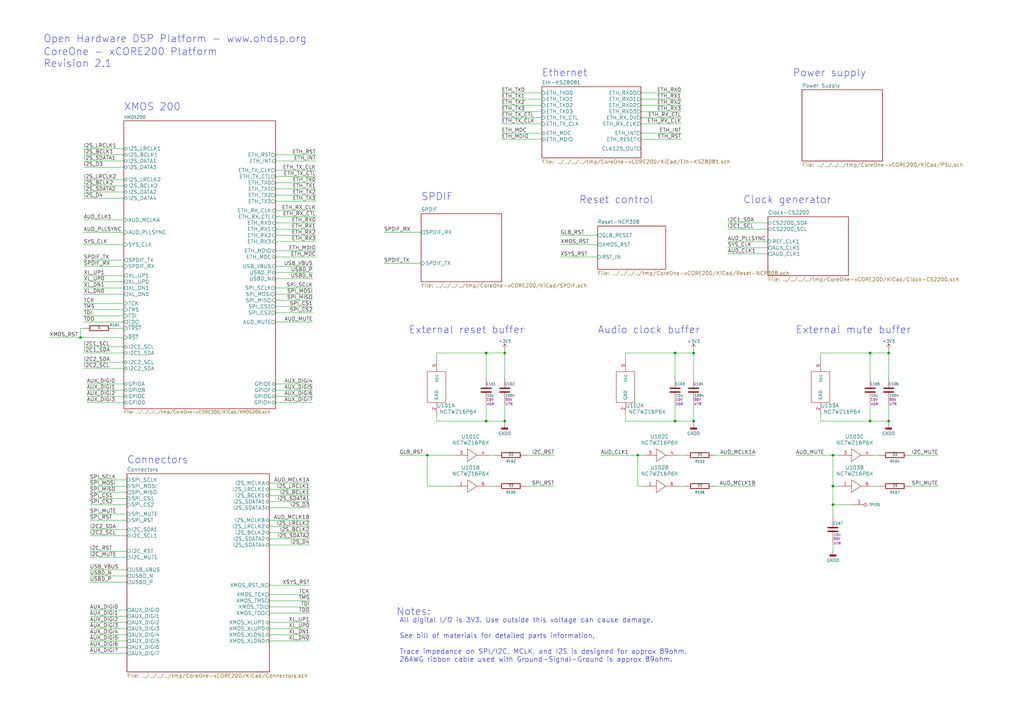
<source format=kicad_sch>
(kicad_sch (version 20230121) (generator eeschema)
  (paper "A3")
  (title_block (title "CoreOne - xCORE200 Platform") (date "2019-04-04") (rev "2.1") (company "Open Hardware DSP Platform - www.ohdsp.org") (comment 1 "MERCHANTABILITY, SATISFACTORY QUALITY AND FITNESS FOR A PARTICULAR PURPOSE.") (comment 2 "is distributed WITHOUT ANY EXPRESS OR IMPLIED WARRANTY, INCLUDING OF") (comment 3 "Licensed under the TAPR Open Hardware License (www.tapr.org/OHL). This documentation") (comment 4 "Copyright Paul Janicki 2019"))
  (lib_symbols
    (symbol "CoreOne-xCORE200-2.1-rescue:+3V3-power" (power) (pin_names (offset 0))
      (property "Value" "+3V3-power" (at 0 3.556 0))
      (symbol "+3V3-power_0_1"
        (polyline (pts (xy -0.762 1.27) (xy 0 2.54)))
        (polyline (pts (xy 0 0) (xy 0 2.54)))
        (polyline (pts (xy 0 2.54) (xy 0.762 1.27)))
      )
      (symbol "+3V3-power_1_1"
        (pin power_in line (at 0 0 90) (length 0) hide (name "+3V3") (number "1"))
      )
    )
    (symbol "CoreOne-xCORE200-2.1-rescue:C-MyKiCadLibs-Lib" (pin_numbers hide) (pin_names (offset 0.254))
      (property "Reference" "C" (at 0.508 2.54 0))
      (property "Value" "MyKiCadLibs-Lib_C" (at 0.762 -2.286 0))
      (property "Voltage" "V" (at 0.762 -3.81 0))
      (property "Type" "X7R" (at 0.762 -5.334 0))
      (symbol "C-MyKiCadLibs-Lib_0_1"
        (polyline (pts (xy -2.032 -0.762) (xy 2.032 -0.762)) (stroke (width 0.508)))
        (polyline (pts (xy -2.032 0.762) (xy 2.032 0.762)) (stroke (width 0.508)))
      )
      (symbol "C-MyKiCadLibs-Lib_1_1"
        (pin passive line (at 0 5.08 270) (length 4.318) (name "~") (number "1"))
        (pin passive line (at 0 -5.08 90) (length 4.318) (name "~") (number "2"))
      )
    )
    (symbol "CoreOne-xCORE200-2.1-rescue:GNDD-power" (power) (pin_names (offset 0))
      (property "Value" "GNDD-power" (at 0 -3.175 0))
      (symbol "GNDD-power_0_1"
        (rectangle (start -1.27 -1.524) (end 1.27 -2.032) (stroke (width 0.254)) (fill (type outline)))
        (polyline (pts (xy 0 0) (xy 0 -1.524)))
      )
      (symbol "GNDD-power_1_1"
        (pin power_in line (at 0 0 270) (length 0) hide (name "GNDD") (number "1"))
      )
    )
    (symbol "CoreOne-xCORE200-2.1-rescue:IC-LOGIC-BUF-NC7WZ16P6X-MyKiCadLibs-Lib" (pin_names (offset 1.016))
      (property "Reference" "U" (at 0 7.62 0))
      (property "Value" "MyKiCadLibs-Lib_IC-LOGIC-BUF-NC7WZ16P6X" (at 0 5.08 0))
      (symbol "IC-LOGIC-BUF-NC7WZ16P6X-MyKiCadLibs-Lib_1_1"
        (rectangle (start -3.81 6.35) (end 3.81 -6.35))
        (pin input line (at 0 -11.43 90) (length 5.08) (name "GND") (number "2"))
        (pin input line (at 0 11.43 270) (length 5.08) (name "Vcc") (number "5"))
      )
      (symbol "IC-LOGIC-BUF-NC7WZ16P6X-MyKiCadLibs-Lib_2_1"
        (polyline (pts (xy -1.27 -2.54) (xy -1.27 2.54)))
        (polyline (pts (xy -1.27 2.54) (xy 2.54 0) (xy -1.27 -2.54)))
        (pin input line (at -6.35 0 0) (length 5.08) (name "~") (number "1"))
        (pin input line (at 7.62 0 180) (length 5.08) (name "~") (number "6"))
      )
      (symbol "IC-LOGIC-BUF-NC7WZ16P6X-MyKiCadLibs-Lib_3_1"
        (polyline (pts (xy -1.27 2.54) (xy -1.27 -2.54) (xy 2.54 0) (xy -1.27 2.54)))
        (pin input line (at -6.35 0 0) (length 5.08) (name "~") (number "3"))
        (pin input line (at 7.62 0 180) (length 5.08) (name "~") (number "4"))
      )
    )
    (symbol "CoreOne-xCORE200-2.1-rescue:PIN-MyKiCadLibs-Lib" (pin_names (offset 1.016) hide)
      (property "Reference" "P" (at 6.604 0.762 0))
      (property "Value" "MyKiCadLibs-Lib_PIN" (at 6.604 -0.889 0))
      (symbol "PIN-MyKiCadLibs-Lib_1_1"
        (pin passive inverted (at 0 0 0) (length 6.35) (name "P1") (number "1"))
      )
    )
    (symbol "CoreOne-xCORE200-2.1-rescue:R-MyKiCadLibs-Lib" (pin_numbers hide) (pin_names (offset 0))
      (property "Reference" "R" (at -2.032 0 90))
      (property "Value" "MyKiCadLibs-Lib_R" (at 0.1778 0.0254 90))
      (symbol "R-MyKiCadLibs-Lib_0_1"
        (rectangle (start -1.016 3.81) (end 1.016 -3.81) (stroke (width 0.3048)))
      )
      (symbol "R-MyKiCadLibs-Lib_1_1"
        (pin passive line (at 0 6.35 270) (length 2.54) (name "~") (number "1"))
        (pin passive line (at 0 -6.35 90) (length 2.54) (name "~") (number "2"))
      )
    )
  )
  (junction (at 364.49 172.72))
  (junction (at 341.63 199.39))
  (junction (at 175.26 186.69))
  (junction (at 341.63 186.69))
  (junction (at 207.01 172.72))
  (junction (at 33.02 138.43))
  (junction (at 207.01 144.78))
  (junction (at 261.62 186.69))
  (junction (at 199.39 144.78))
  (junction (at 276.86 172.72))
  (junction (at 284.48 172.72))
  (junction (at 364.49 144.78))
  (junction (at 276.86 144.78))
  (junction (at 284.48 144.78))
  (junction (at 341.63 207.01))
  (junction (at 356.87 172.72))
  (junction (at 356.87 144.78))
  (junction (at 199.39 172.72))
  (wire (pts (xy 205.74 45.72) (xy 222.25 45.72)))
  (wire (pts (xy 229.87 96.52) (xy 245.11 96.52)))
  (wire (pts (xy 128.27 123.19) (xy 113.03 123.19)))
  (wire (pts (xy 373.38 186.69) (xy 384.81 186.69)))
  (wire (pts (xy 284.48 144.78) (xy 284.48 154.94)))
  (wire (pts (xy 276.86 144.78) (xy 284.48 144.78)))
  (wire (pts (xy 199.39 144.78) (xy 207.01 144.78)))
  (wire (pts (xy 341.63 186.69) (xy 344.17 186.69)))
  (wire (pts (xy 279.4 45.72) (xy 262.89 45.72)))
  (wire (pts (xy 356.87 144.78) (xy 356.87 154.94)))
  (wire (pts (xy 46.99 134.62) (xy 50.8 134.62)))
  (wire (pts (xy 52.07 196.85) (xy 36.83 196.85)))
  (wire (pts (xy 256.54 144.78) (xy 276.86 144.78)))
  (wire (pts (xy 113.03 63.5) (xy 129.54 63.5)))
  (wire (pts (xy 113.03 91.44) (xy 129.54 91.44)))
  (wire (pts (xy 50.8 95.25) (xy 34.29 95.25)))
  (wire (pts (xy 276.86 144.78) (xy 276.86 154.94)))
  (wire (pts (xy 172.72 95.25) (xy 157.48 95.25)))
  (wire (pts (xy 364.49 172.72) (xy 364.49 173.99)))
  (wire (pts (xy 50.8 63.5) (xy 34.29 63.5)))
  (wire (pts (xy 222.25 50.8) (xy 205.74 50.8)))
  (wire (pts (xy 129.54 66.04) (xy 113.03 66.04)))
  (wire (pts (xy 205.74 40.64) (xy 222.25 40.64)))
  (wire (pts (xy 222.25 43.18) (xy 205.74 43.18)))
  (wire (pts (xy 52.07 233.68) (xy 36.83 233.68)))
  (wire (pts (xy 127 215.9) (xy 110.49 215.9)))
  (wire (pts (xy 113.03 74.93) (xy 129.54 74.93)))
  (wire (pts (xy 215.9 199.39) (xy 227.33 199.39)))
  (wire (pts (xy 256.54 144.78) (xy 256.54 147.32)))
  (wire (pts (xy 336.55 172.72) (xy 356.87 172.72)))
  (wire (pts (xy 34.29 113.03) (xy 50.8 113.03)))
  (wire (pts (xy 336.55 172.72) (xy 336.55 170.18)))
  (wire (pts (xy 344.17 199.39) (xy 341.63 199.39)))
  (wire (pts (xy 128.27 120.65) (xy 113.03 120.65)))
  (wire (pts (xy 36.83 217.17) (xy 52.07 217.17)))
  (wire (pts (xy 36.83 250.19) (xy 52.07 250.19)))
  (wire (pts (xy 110.49 203.2) (xy 127 203.2)))
  (wire (pts (xy 298.45 93.98) (xy 314.96 93.98)))
  (wire (pts (xy 34.29 144.78) (xy 50.8 144.78)))
  (wire (pts (xy 35.56 157.48) (xy 50.8 157.48)))
  (wire (pts (xy 34.29 142.24) (xy 50.8 142.24)))
  (wire (pts (xy 36.83 210.82) (xy 52.07 210.82)))
  (wire (pts (xy 293.37 199.39) (xy 309.88 199.39)))
  (wire (pts (xy 179.07 144.78) (xy 179.07 147.32)))
  (wire (pts (xy 129.54 77.47) (xy 113.03 77.47)))
  (wire (pts (xy 36.83 226.06) (xy 52.07 226.06)))
  (wire (pts (xy 127 262.89) (xy 110.49 262.89)))
  (wire (pts (xy 113.03 96.52) (xy 129.54 96.52)))
  (wire (pts (xy 52.07 252.73) (xy 36.83 252.73)))
  (wire (pts (xy 113.03 118.11) (xy 128.27 118.11)))
  (wire (pts (xy 207.01 172.72) (xy 207.01 173.99)))
  (wire (pts (xy 262.89 43.18) (xy 279.4 43.18)))
  (wire (pts (xy 36.83 201.93) (xy 52.07 201.93)))
  (wire (pts (xy 127 255.27) (xy 110.49 255.27)))
  (wire (pts (xy 34.29 118.11) (xy 50.8 118.11)))
  (wire (pts (xy 110.49 218.44) (xy 127 218.44)))
  (wire (pts (xy 336.55 144.78) (xy 356.87 144.78)))
  (wire (pts (xy 34.29 90.17) (xy 50.8 90.17)))
  (wire (pts (xy 199.39 172.72) (xy 207.01 172.72)))
  (wire (pts (xy 52.07 213.36) (xy 36.83 213.36)))
  (wire (pts (xy 127 208.28) (xy 110.49 208.28)))
  (wire (pts (xy 222.25 57.15) (xy 205.74 57.15)))
  (wire (pts (xy 52.07 257.81) (xy 36.83 257.81)))
  (wire (pts (xy 34.29 109.22) (xy 50.8 109.22)))
  (wire (pts (xy 246.38 186.69) (xy 261.62 186.69)))
  (wire (pts (xy 34.29 60.96) (xy 50.8 60.96)))
  (wire (pts (xy 360.68 199.39) (xy 358.14 199.39)))
  (wire (pts (xy 356.87 144.78) (xy 364.49 144.78)))
  (wire (pts (xy 127 223.52) (xy 110.49 223.52)))
  (wire (pts (xy 205.74 54.61) (xy 222.25 54.61)))
  (wire (pts (xy 298.45 91.44) (xy 314.96 91.44)))
  (wire (pts (xy 341.63 207.01) (xy 341.63 212.09)))
  (wire (pts (xy 127 260.35) (xy 110.49 260.35)))
  (wire (pts (xy 34.29 127) (xy 50.8 127)))
  (wire (pts (xy 36.83 255.27) (xy 52.07 255.27)))
  (wire (pts (xy 35.56 162.56) (xy 50.8 162.56)))
  (wire (pts (xy 129.54 88.9) (xy 113.03 88.9)))
  (wire (pts (xy 36.83 260.35) (xy 52.07 260.35)))
  (wire (pts (xy 314.96 99.06) (xy 298.45 99.06)))
  (wire (pts (xy 34.29 151.13) (xy 50.8 151.13)))
  (wire (pts (xy 336.55 144.78) (xy 336.55 147.32)))
  (wire (pts (xy 279.4 48.26) (xy 262.89 48.26)))
  (wire (pts (xy 128.27 132.08) (xy 113.03 132.08)))
  (wire (pts (xy 128.27 157.48) (xy 113.03 157.48)))
  (wire (pts (xy 34.29 132.08) (xy 50.8 132.08)))
  (wire (pts (xy 262.89 57.15) (xy 279.4 57.15)))
  (wire (pts (xy 293.37 186.69) (xy 309.88 186.69)))
  (wire (pts (xy 186.69 199.39) (xy 175.26 199.39)))
  (wire (pts (xy 33.02 134.62) (xy 33.02 138.43)))
  (wire (pts (xy 129.54 72.39) (xy 113.03 72.39)))
  (wire (pts (xy 284.48 165.1) (xy 284.48 172.72)))
  (wire (pts (xy 207.01 165.1) (xy 207.01 172.72)))
  (wire (pts (xy 128.27 114.3) (xy 113.03 114.3)))
  (wire (pts (xy 179.07 144.78) (xy 199.39 144.78)))
  (wire (pts (xy 127 248.92) (xy 110.49 248.92)))
  (wire (pts (xy 127 257.81) (xy 110.49 257.81)))
  (wire (pts (xy 256.54 172.72) (xy 276.86 172.72)))
  (wire (pts (xy 34.29 134.62) (xy 33.02 134.62)))
  (wire (pts (xy 326.39 186.69) (xy 341.63 186.69)))
  (wire (pts (xy 256.54 172.72) (xy 256.54 170.18)))
  (wire (pts (xy 356.87 172.72) (xy 364.49 172.72)))
  (wire (pts (xy 36.83 207.01) (xy 52.07 207.01)))
  (wire (pts (xy 33.02 138.43) (xy 50.8 138.43)))
  (wire (pts (xy 179.07 172.72) (xy 199.39 172.72)))
  (wire (pts (xy 128.27 165.1) (xy 113.03 165.1)))
  (wire (pts (xy 36.83 204.47) (xy 52.07 204.47)))
  (wire (pts (xy 129.54 105.41) (xy 113.03 105.41)))
  (wire (pts (xy 50.8 76.2) (xy 34.29 76.2)))
  (wire (pts (xy 128.27 162.56) (xy 113.03 162.56)))
  (wire (pts (xy 113.03 102.87) (xy 129.54 102.87)))
  (wire (pts (xy 113.03 69.85) (xy 129.54 69.85)))
  (wire (pts (xy 229.87 105.41) (xy 245.11 105.41)))
  (wire (pts (xy 36.83 267.97) (xy 52.07 267.97)))
  (wire (pts (xy 128.27 111.76) (xy 113.03 111.76)))
  (wire (pts (xy 34.29 148.59) (xy 50.8 148.59)))
  (wire (pts (xy 127 205.74) (xy 110.49 205.74)))
  (wire (pts (xy 129.54 82.55) (xy 113.03 82.55)))
  (wire (pts (xy 50.8 100.33) (xy 34.29 100.33)))
  (wire (pts (xy 314.96 104.14) (xy 298.45 104.14)))
  (wire (pts (xy 356.87 172.72) (xy 356.87 165.1)))
  (wire (pts (xy 222.25 38.1) (xy 205.74 38.1)))
  (wire (pts (xy 276.86 172.72) (xy 276.86 165.1)))
  (wire (pts (xy 261.62 199.39) (xy 261.62 186.69)))
  (wire (pts (xy 279.4 54.61) (xy 262.89 54.61)))
  (wire (pts (xy 127 246.38) (xy 110.49 246.38)))
  (wire (pts (xy 364.49 144.78) (xy 364.49 154.94)))
  (wire (pts (xy 50.8 160.02) (xy 35.56 160.02)))
  (wire (pts (xy 50.8 106.68) (xy 34.29 106.68)))
  (wire (pts (xy 163.83 186.69) (xy 175.26 186.69)))
  (wire (pts (xy 215.9 186.69) (xy 227.33 186.69)))
  (wire (pts (xy 34.29 78.74) (xy 50.8 78.74)))
  (wire (pts (xy 129.54 93.98) (xy 113.03 93.98)))
  (wire (pts (xy 175.26 199.39) (xy 175.26 186.69)))
  (wire (pts (xy 34.29 120.65) (xy 50.8 120.65)))
  (wire (pts (xy 157.48 107.95) (xy 172.72 107.95)))
  (wire (pts (xy 279.4 40.64) (xy 262.89 40.64)))
  (wire (pts (xy 36.83 219.71) (xy 52.07 219.71)))
  (wire (pts (xy 127 240.03) (xy 110.49 240.03)))
  (wire (pts (xy 34.29 129.54) (xy 50.8 129.54)))
  (wire (pts (xy 229.87 100.33) (xy 245.11 100.33)))
  (wire (pts (xy 113.03 160.02) (xy 128.27 160.02)))
  (wire (pts (xy 34.29 124.46) (xy 50.8 124.46)))
  (wire (pts (xy 264.16 199.39) (xy 261.62 199.39)))
  (wire (pts (xy 314.96 101.6) (xy 298.45 101.6)))
  (wire (pts (xy 50.8 81.28) (xy 34.29 81.28)))
  (wire (pts (xy 36.83 265.43) (xy 52.07 265.43)))
  (wire (pts (xy 36.83 199.39) (xy 52.07 199.39)))
  (wire (pts (xy 341.63 186.69) (xy 341.63 199.39)))
  (wire (pts (xy 199.39 144.78) (xy 199.39 154.94)))
  (wire (pts (xy 113.03 109.22) (xy 128.27 109.22)))
  (wire (pts (xy 199.39 172.72) (xy 199.39 165.1)))
  (wire (pts (xy 127 213.36) (xy 110.49 213.36)))
  (wire (pts (xy 128.27 125.73) (xy 113.03 125.73)))
  (wire (pts (xy 205.74 48.26) (xy 222.25 48.26)))
  (wire (pts (xy 276.86 172.72) (xy 284.48 172.72)))
  (wire (pts (xy 341.63 199.39) (xy 341.63 207.01)))
  (wire (pts (xy 280.67 186.69) (xy 278.13 186.69)))
  (wire (pts (xy 349.25 207.01) (xy 341.63 207.01)))
  (wire (pts (xy 175.26 186.69) (xy 186.69 186.69)))
  (wire (pts (xy 207.01 143.51) (xy 207.01 144.78)))
  (wire (pts (xy 200.66 199.39) (xy 203.2 199.39)))
  (wire (pts (xy 50.8 165.1) (xy 35.56 165.1)))
  (wire (pts (xy 34.29 115.57) (xy 50.8 115.57)))
  (wire (pts (xy 34.29 68.58) (xy 50.8 68.58)))
  (wire (pts (xy 36.83 238.76) (xy 52.07 238.76)))
  (wire (pts (xy 52.07 262.89) (xy 36.83 262.89)))
  (wire (pts (xy 129.54 99.06) (xy 113.03 99.06)))
  (wire (pts (xy 203.2 186.69) (xy 200.66 186.69)))
  (wire (pts (xy 179.07 172.72) (xy 179.07 170.18)))
  (wire (pts (xy 34.29 73.66) (xy 50.8 73.66)))
  (wire (pts (xy 364.49 143.51) (xy 364.49 144.78)))
  (wire (pts (xy 284.48 172.72) (xy 284.48 173.99)))
  (wire (pts (xy 373.38 199.39) (xy 384.81 199.39)))
  (wire (pts (xy 34.29 66.04) (xy 50.8 66.04)))
  (wire (pts (xy 128.27 128.27) (xy 113.03 128.27)))
  (wire (pts (xy 262.89 38.1) (xy 279.4 38.1)))
  (wire (pts (xy 20.32 138.43) (xy 33.02 138.43)))
  (wire (pts (xy 36.83 236.22) (xy 52.07 236.22)))
  (wire (pts (xy 284.48 143.51) (xy 284.48 144.78)))
  (wire (pts (xy 360.68 186.69) (xy 358.14 186.69)))
  (wire (pts (xy 113.03 86.36) (xy 129.54 86.36)))
  (wire (pts (xy 207.01 144.78) (xy 207.01 154.94)))
  (wire (pts (xy 113.03 80.01) (xy 129.54 80.01)))
  (wire (pts (xy 127 243.84) (xy 110.49 243.84)))
  (wire (pts (xy 364.49 165.1) (xy 364.49 172.72)))
  (wire (pts (xy 127 200.66) (xy 110.49 200.66)))
  (wire (pts (xy 36.83 228.6) (xy 52.07 228.6)))
  (wire (pts (xy 127 198.12) (xy 110.49 198.12)))
  (wire (pts (xy 262.89 50.8) (xy 279.4 50.8)))
  (wire (pts (xy 127 220.98) (xy 110.49 220.98)))
  (wire (pts (xy 280.67 199.39) (xy 278.13 199.39)))
  (wire (pts (xy 341.63 226.06) (xy 341.63 222.25)))
  (wire (pts (xy 261.62 186.69) (xy 264.16 186.69)))
  (wire (pts (xy 127 251.46) (xy 110.49 251.46)))
  (text "Connectors" (at 52.07 190.5 0) (effects (font (size 2.9972 2.9972)) (justify left bottom)))
  (text "Notes:" (at 162.56 252.73 0) (effects (font (size 2.9972 2.9972)) (justify left bottom)))
  (text "Open Hardware DSP Platform - www.ohdsp.org\n" (at 17.78 17.78 0) (effects (font (size 2.9972 2.9972)) (justify left bottom)))
  (text "SPDIF" (at 172.72 82.55 0) (effects (font (size 2.9972 2.9972)) (justify left bottom)))
  (text "CoreOne - xCORE200 Platform\nRevision 2.1\n" (at 17.78 27.94 0) (effects (font (size 2.9972 2.9972)) (justify left bottom)))
  (text "Ethernet" (at 222.25 31.75 0) (effects (font (size 2.9972 2.9972)) (justify left bottom)))
  (text "All digital I/O is 3V3. Use outside this voltage can cause damage.\n\nSee bill of materials for detailed parts information.\n\nTrace impedance on SPI/I2C, MCLK, and I2S is designed for approx 89ohm.\n26AWG ribbon cable used with Ground-Signal-Ground is approx 89ohm." (at 163.83 271.78 0) (effects (font (size 2.0066 2.0066)) (justify left bottom)))
  (text "External mute buffer" (at 326.39 137.16 0) (effects (font (size 2.9972 2.9972)) (justify left bottom)))
  (text "Clock generator" (at 304.8 83.82 0) (effects (font (size 2.9972 2.9972)) (justify left bottom)))
  (text "Power supply" (at 325.12 31.75 0) (effects (font (size 2.9972 2.9972)) (justify left bottom)))
  (text "XMOS 200" (at 50.8 45.72 0) (effects (font (size 2.9972 2.9972)) (justify left bottom)))
  (text "Audio clock buffer" (at 245.11 137.16 0) (effects (font (size 2.9972 2.9972)) (justify left bottom)))
  (text "External reset buffer" (at 167.64 137.16 0) (effects (font (size 2.9972 2.9972)) (justify left bottom)))
  (text "Reset control" (at 237.49 83.82 0) (effects (font (size 2.9972 2.9972)) (justify left bottom)))
  (label "SPI_MISO" (at 128.27 123.19 180) (effects (font (size 1.524 1.524))))
  (label "AUX_DIGI1" (at 35.56 160.02 0) (effects (font (size 1.524 1.524))))
  (label "ETH_TX1" (at 129.54 77.47 180) (effects (font (size 1.524 1.524))))
  (label "I2S_SDATA2" (at 127 220.98 180) (effects (font (size 1.524 1.524))))
  (label "SPI_RST" (at 227.33 199.39 180) (effects (font (size 1.524 1.524))))
  (label "I2C1_SCL" (at 34.29 142.24 0) (effects (font (size 1.524 1.524))))
  (label "TCK" (at 127 243.84 180) (effects (font (size 1.524 1.524))))
  (label "AUX_DIGI5" (at 36.83 262.89 0) (effects (font (size 1.524 1.524))))
  (label "SPI_MOSI" (at 36.83 199.39 0) (effects (font (size 1.524 1.524))))
  (label "I2S_LRCLK2" (at 34.29 73.66 0) (effects (font (size 1.524 1.524))))
  (label "I2C2_SDA" (at 36.83 217.17 0) (effects (font (size 1.524 1.524))))
  (label "I2S_BCLK1" (at 34.29 63.5 0) (effects (font (size 1.524 1.524))))
  (label "AUD_CLK1" (at 34.29 90.17 0) (effects (font (size 1.524 1.524))))
  (label "ETH_RX_CTL" (at 279.4 48.26 180) (effects (font (size 1.524 1.524))))
  (label "I2S_BCLK2" (at 34.29 76.2 0) (effects (font (size 1.524 1.524))))
  (label "I2S_D4" (at 34.29 81.28 0) (effects (font (size 1.524 1.524))))
  (label "ETH_MDC" (at 129.54 105.41 180) (effects (font (size 1.524 1.524))))
  (label "I2C2_SCL" (at 34.29 151.13 0) (effects (font (size 1.524 1.524))))
  (label "ETH_TX_CLK" (at 205.74 50.8 0) (effects (font (size 1.524 1.524))))
  (label "AUD_MCLK1B" (at 127 213.36 180) (effects (font (size 1.524 1.524))))
  (label "AUX_DIGI3" (at 35.56 165.1 0) (effects (font (size 1.524 1.524))))
  (label "ETH_TX_CLK" (at 129.54 69.85 180) (effects (font (size 1.524 1.524))))
  (label "I2S_D3" (at 34.29 68.58 0) (effects (font (size 1.524 1.524))))
  (label "I2S_BCLK1" (at 127 203.2 180) (effects (font (size 1.524 1.524))))
  (label "SPI_CS1" (at 36.83 204.47 0) (effects (font (size 1.524 1.524))))
  (label "SYS_CLK" (at 34.29 100.33 0) (effects (font (size 1.524 1.524))))
  (label "AUX_DIGI4" (at 128.27 157.48 180) (effects (font (size 1.524 1.524))))
  (label "AUD_PLLSYNC" (at 34.29 95.25 0) (effects (font (size 1.524 1.524))))
  (label "AUD_MUTE" (at 326.39 186.69 0) (effects (font (size 1.524 1.524))))
  (label "AUD_MCLK1A" (at 127 198.12 180) (effects (font (size 1.524 1.524))))
  (label "AUD_MUTE" (at 128.27 132.08 180) (effects (font (size 1.524 1.524))))
  (label "XL_UP1" (at 34.29 113.03 0) (effects (font (size 1.524 1.524))))
  (label "ETH_TX_CTL" (at 205.74 48.26 0) (effects (font (size 1.524 1.524))))
  (label "ETH_RX_CLK" (at 129.54 86.36 180) (effects (font (size 1.524 1.524))))
  (label "SPI_SCLK" (at 128.27 118.11 180) (effects (font (size 1.524 1.524))))
  (label "ETH_RX_CTL" (at 129.54 88.9 180) (effects (font (size 1.524 1.524))))
  (label "XL_UP0" (at 127 257.81 180) (effects (font (size 1.524 1.524))))
  (label "TMS" (at 34.29 127 0) (effects (font (size 1.524 1.524))))
  (label "AUD_MCLK1B" (at 309.88 199.39 180) (effects (font (size 1.524 1.524))))
  (label "AUD_CLK1" (at 298.45 104.14 0) (effects (font (size 1.524 1.524))))
  (label "TDI" (at 127 248.92 180) (effects (font (size 1.524 1.524))))
  (label "XMOS_RST" (at 20.32 138.43 0) (effects (font (size 1.524 1.524))))
  (label "ETH_TX3" (at 129.54 82.55 180) (effects (font (size 1.524 1.524))))
  (label "SPI_MISO" (at 36.83 201.93 0) (effects (font (size 1.524 1.524))))
  (label "XSYS_RST" (at 229.87 105.41 0) (effects (font (size 1.524 1.524))))
  (label "AUX_DIGI0" (at 35.56 157.48 0) (effects (font (size 1.524 1.524))))
  (label "GLB_RST" (at 229.87 96.52 0) (effects (font (size 1.524 1.524))))
  (label "ETH_RX3" (at 279.4 45.72 180) (effects (font (size 1.524 1.524))))
  (label "ETH_RX1" (at 129.54 93.98 180) (effects (font (size 1.524 1.524))))
  (label "XL_UP0" (at 34.29 115.57 0) (effects (font (size 1.524 1.524))))
  (label "SPI_CS1" (at 128.27 125.73 180) (effects (font (size 1.524 1.524))))
  (label "ETH_TX0" (at 129.54 74.93 180) (effects (font (size 1.524 1.524))))
  (label "XL_DN0" (at 34.29 120.65 0) (effects (font (size 1.524 1.524))))
  (label "SPI_CS2" (at 128.27 128.27 180) (effects (font (size 1.524 1.524))))
  (label "ETH_INT" (at 129.54 66.04 180) (effects (font (size 1.524 1.524))))
  (label "AUX_DIGI2" (at 36.83 255.27 0) (effects (font (size 1.524 1.524))))
  (label "ETH_TX1" (at 205.74 40.64 0) (effects (font (size 1.524 1.524))))
  (label "I2S_LRCLK1" (at 127 200.66 180) (effects (font (size 1.524 1.524))))
  (label "TMS" (at 127 246.38 180) (effects (font (size 1.524 1.524))))
  (label "SPI_MUTE" (at 36.83 210.82 0) (effects (font (size 1.524 1.524))))
  (label "XL_DN0" (at 127 262.89 180) (effects (font (size 1.524 1.524))))
  (label "TDO" (at 34.29 132.08 0) (effects (font (size 1.524 1.524))))
  (label "SPI_CS2" (at 36.83 207.01 0) (effects (font (size 1.524 1.524))))
  (label "ETH_RX2" (at 279.4 43.18 180) (effects (font (size 1.524 1.524))))
  (label "XSYS_RST" (at 127 240.03 180) (effects (font (size 1.524 1.524))))
  (label "ETH_RX_CLK" (at 279.4 50.8 180) (effects (font (size 1.524 1.524))))
  (label "XL_DN1" (at 127 260.35 180) (effects (font (size 1.524 1.524))))
  (label "SPI_MOSI" (at 128.27 120.65 180) (effects (font (size 1.524 1.524))))
  (label "I2S_SDATA2" (at 34.29 78.74 0) (effects (font (size 1.524 1.524))))
  (label "ETH_TX2" (at 129.54 80.01 180) (effects (font (size 1.524 1.524))))
  (label "AUX_DIGI2" (at 35.56 162.56 0) (effects (font (size 1.524 1.524))))
  (label "ETH_RST" (at 279.4 57.15 180) (effects (font (size 1.524 1.524))))
  (label "AUD_PLLSYNC" (at 298.45 99.06 0) (effects (font (size 1.524 1.524))))
  (label "USBD_N" (at 128.27 114.3 180) (effects (font (size 1.524 1.524))))
  (label "USBD_P" (at 36.83 238.76 0) (effects (font (size 1.524 1.524))))
  (label "ETH_MDC" (at 205.74 54.61 0) (effects (font (size 1.524 1.524))))
  (label "SPDIF_TX" (at 34.29 106.68 0) (effects (font (size 1.524 1.524))))
  (label "ETH_RST" (at 129.54 63.5 180) (effects (font (size 1.524 1.524))))
  (label "XL_UP1" (at 127 255.27 180) (effects (font (size 1.524 1.524))))
  (label "ETH_TX3" (at 205.74 45.72 0) (effects (font (size 1.524 1.524))))
  (label "I2S_LRCLK1" (at 34.29 60.96 0) (effects (font (size 1.524 1.524))))
  (label "AUX_DIGI1" (at 36.83 252.73 0) (effects (font (size 1.524 1.524))))
  (label "I2S_D3" (at 127 208.28 180) (effects (font (size 1.524 1.524))))
  (label "ETH_TX2" (at 205.74 43.18 0) (effects (font (size 1.524 1.524))))
  (label "TDI" (at 34.29 129.54 0) (effects (font (size 1.524 1.524))))
  (label "AUX_DIGI6" (at 128.27 162.56 180) (effects (font (size 1.524 1.524))))
  (label "XL_DN1" (at 34.29 118.11 0) (effects (font (size 1.524 1.524))))
  (label "ETH_RX0" (at 279.4 38.1 180) (effects (font (size 1.524 1.524))))
  (label "SPI_MUTE" (at 384.81 199.39 180) (effects (font (size 1.524 1.524))))
  (label "TDO" (at 127 251.46 180) (effects (font (size 1.524 1.524))))
  (label "I2S_SDATA1" (at 34.29 66.04 0) (effects (font (size 1.524 1.524))))
  (label "SPDIF_RX" (at 157.48 95.25 0) (effects (font (size 1.524 1.524))))
  (label "USBD_P" (at 128.27 111.76 180) (effects (font (size 1.524 1.524))))
  (label "ETH_MDIO" (at 129.54 102.87 180) (effects (font (size 1.524 1.524))))
  (label "ETH_RX3" (at 129.54 99.06 180) (effects (font (size 1.524 1.524))))
  (label "I2C1_SDA" (at 298.45 91.44 0) (effects (font (size 1.524 1.524))))
  (label "AUX_DIGI5" (at 128.27 160.02 180) (effects (font (size 1.524 1.524))))
  (label "I2C2_SCL" (at 36.83 219.71 0) (effects (font (size 1.524 1.524))))
  (label "I2S_SDATA1" (at 127 205.74 180) (effects (font (size 1.524 1.524))))
  (label "GLB_RST" (at 163.83 186.69 0) (effects (font (size 1.524 1.524))))
  (label "SPDIF_RX" (at 34.29 109.22 0) (effects (font (size 1.524 1.524))))
  (label "I2S_BCLK2" (at 127 218.44 180) (effects (font (size 1.524 1.524))))
  (label "ETH_RX0" (at 129.54 91.44 180) (effects (font (size 1.524 1.524))))
  (label "ETH_TX0" (at 205.74 38.1 0) (effects (font (size 1.524 1.524))))
  (label "SPI_SCLK" (at 36.83 196.85 0) (effects (font (size 1.524 1.524))))
  (label "USB_VBUS" (at 36.83 233.68 0) (effects (font (size 1.524 1.524))))
  (label "I2C_MUTE" (at 384.81 186.69 180) (effects (font (size 1.524 1.524))))
  (label "AUX_DIGI7" (at 128.27 165.1 180) (effects (font (size 1.524 1.524))))
  (label "ETH_INT" (at 279.4 54.61 180) (effects (font (size 1.524 1.524))))
  (label "SPDIF_TX" (at 157.48 107.95 0) (effects (font (size 1.524 1.524))))
  (label "SPI_RST" (at 36.83 213.36 0) (effects (font (size 1.524 1.524))))
  (label "AUD_MCLK1A" (at 309.88 186.69 180) (effects (font (size 1.524 1.524))))
  (label "ETH_MDIO" (at 205.74 57.15 0) (effects (font (size 1.524 1.524))))
  (label "I2C1_SCL" (at 298.45 93.98 0) (effects (font (size 1.524 1.524))))
  (label "I2C_MUTE" (at 36.83 228.6 0) (effects (font (size 1.524 1.524))))
  (label "AUD_CLK1" (at 246.38 186.69 0) (effects (font (size 1.524 1.524))))
  (label "ETH_RX1" (at 279.4 40.64 180) (effects (font (size 1.524 1.524))))
  (label "AUX_DIGI4" (at 36.83 260.35 0) (effects (font (size 1.524 1.524))))
  (label "AUX_DIGI6" (at 36.83 265.43 0) (effects (font (size 1.524 1.524))))
  (label "AUX_DIGI3" (at 36.83 257.81 0) (effects (font (size 1.524 1.524))))
  (label "I2C_RST" (at 36.83 226.06 0) (effects (font (size 1.524 1.524))))
  (label "I2S_LRCLK2" (at 127 215.9 180) (effects (font (size 1.524 1.524))))
  (label "SYS_CLK" (at 298.45 101.6 0) (effects (font (size 1.524 1.524))))
  (label "ETH_RX2" (at 129.54 96.52 180) (effects (font (size 1.524 1.524))))
  (label "USB_VBUS" (at 128.27 109.22 180) (effects (font (size 1.524 1.524))))
  (label "I2C_RST" (at 227.33 186.69 180) (effects (font (size 1.524 1.524))))
  (label "USBD_N" (at 36.83 236.22 0) (effects (font (size 1.524 1.524))))
  (label "TCK" (at 34.29 124.46 0) (effects (font (size 1.524 1.524))))
  (label "I2S_D4" (at 127 223.52 180) (effects (font (size 1.524 1.524))))
  (label "I2C1_SDA" (at 34.29 144.78 0) (effects (font (size 1.524 1.524))))
  (label "ETH_TX_CTL" (at 129.54 72.39 180) (effects (font (size 1.524 1.524))))
  (label "AUX_DIGI0" (at 36.83 250.19 0) (effects (font (size 1.524 1.524))))
  (label "I2C2_SDA" (at 34.29 148.59 0) (effects (font (size 1.524 1.524))))
  (label "XMOS_RST" (at 229.87 100.33 0) (effects (font (size 1.524 1.524))))
  (label "AUX_DIGI7" (at 36.83 267.97 0) (effects (font (size 1.524 1.524))))
  (symbol (lib_id "CoreOne-xCORE200-2.1-rescue:IC-LOGIC-BUF-NC7WZ16P6X-MyKiCadLibs-Lib") (at 256.54 158.75 0) (unit 1)
    (property "Reference" "U102" (at 260.35 166.37 0) (effects (font (size 1.524 1.524))))
    (property "Value" "NC7WZ16P6X" (at 265.43 168.91 0) (effects (font (size 1.524 1.524))))
    (property "Footprint" "MyKiCadLibs-Footprints:IC-SC70-6" (effects hide))
  )
  (symbol (lib_id "CoreOne-xCORE200-2.1-rescue:IC-LOGIC-BUF-NC7WZ16P6X-MyKiCadLibs-Lib") (at 270.51 199.39 0) (unit 2)
    (property "Reference" "U102" (at 270.51 191.77 0) (effects (font (size 1.524 1.524))))
    (property "Value" "NC7WZ16P6X" (at 270.51 194.31 0) (effects (font (size 1.524 1.524))))
    (property "Footprint" "MyKiCadLibs-Footprints:IC-SC70-6" (effects hide))
  )
  (symbol (lib_id "CoreOne-xCORE200-2.1-rescue:IC-LOGIC-BUF-NC7WZ16P6X-MyKiCadLibs-Lib") (at 270.51 186.69 0) (unit 3)
    (property "Reference" "U102" (at 270.51 179.07 0) (effects (font (size 1.524 1.524))))
    (property "Value" "NC7WZ16P6X" (at 270.51 181.61 0) (effects (font (size 1.524 1.524))))
    (property "Footprint" "MyKiCadLibs-Footprints:IC-SC70-6" (effects hide))
  )
  (symbol (lib_id "CoreOne-xCORE200-2.1-rescue:C-MyKiCadLibs-Lib") (at 276.86 160.02 0) (unit 1)
    (property "Reference" "C103" (at 276.86 157.48 0) (effects (font (size 1.016 1.016)) (justify left)))
    (property "Value" "10u" (at 277.114 162.179 0) (effects (font (size 1.016 1.016)) (justify left)))
    (property "Footprint" "MyKiCadLibs-Footprints:SMD-0805" (effects hide))
    (property "Voltage" "10V" (at 278.511 163.83 0) (effects (font (size 1.016 1.016))))
    (property "Type" "X5R" (at 278.638 165.735 0) (effects (font (size 1.016 1.016))))
    (property "Description" "Ceramic capacitor" (effects hide))
    (property "Tolerance" "20%" (effects hide))
    (property "Size" "0805" (effects hide))
  )
  (symbol (lib_id "CoreOne-xCORE200-2.1-rescue:C-MyKiCadLibs-Lib") (at 284.48 160.02 0) (unit 1)
    (property "Reference" "C104" (at 284.48 157.48 0) (effects (font (size 1.016 1.016)) (justify left)))
    (property "Value" "100n" (at 284.734 162.179 0) (effects (font (size 1.016 1.016)) (justify left)))
    (property "Footprint" "MyKiCadLibs-Footprints:SMD-0805" (effects hide))
    (property "Voltage" "50V" (at 286.131 163.83 0) (effects (font (size 1.016 1.016))))
    (property "Type" "X7R" (at 286.258 165.735 0) (effects (font (size 1.016 1.016))))
    (property "Description" "Ceramic capacitor" (effects hide))
    (property "Tolerance" "10%" (effects hide))
    (property "Size" "0805" (effects hide))
  )
  (symbol (lib_id "CoreOne-xCORE200-2.1-rescue:+3V3-power") (at 284.48 143.51 0) (unit 1)
    (property "Reference" "#PWR03" (effects hide))
    (property "Value" "+3V3" (at 284.48 139.954 0))
  )
  (symbol (lib_id "CoreOne-xCORE200-2.1-rescue:GNDD-power") (at 284.48 173.99 0) (unit 1)
    (property "Reference" "#PWR04" (effects hide))
    (property "Value" "GNDD" (at 284.48 177.8 0))
  )
  (symbol (lib_id "CoreOne-xCORE200-2.1-rescue:IC-LOGIC-BUF-NC7WZ16P6X-MyKiCadLibs-Lib") (at 179.07 158.75 0) (unit 1)
    (property "Reference" "U101" (at 182.88 166.37 0) (effects (font (size 1.524 1.524))))
    (property "Value" "NC7WZ16P6X" (at 187.96 168.91 0) (effects (font (size 1.524 1.524))))
    (property "Footprint" "MyKiCadLibs-Footprints:IC-SC70-6" (effects hide))
  )
  (symbol (lib_id "CoreOne-xCORE200-2.1-rescue:IC-LOGIC-BUF-NC7WZ16P6X-MyKiCadLibs-Lib") (at 193.04 199.39 0) (unit 2)
    (property "Reference" "U101" (at 193.04 191.77 0) (effects (font (size 1.524 1.524))))
    (property "Value" "NC7WZ16P6X" (at 193.04 194.31 0) (effects (font (size 1.524 1.524))))
    (property "Footprint" "MyKiCadLibs-Footprints:IC-SC70-6" (effects hide))
  )
  (symbol (lib_id "CoreOne-xCORE200-2.1-rescue:IC-LOGIC-BUF-NC7WZ16P6X-MyKiCadLibs-Lib") (at 193.04 186.69 0) (unit 3)
    (property "Reference" "U101" (at 193.04 179.07 0) (effects (font (size 1.524 1.524))))
    (property "Value" "NC7WZ16P6X" (at 193.04 181.61 0) (effects (font (size 1.524 1.524))))
    (property "Footprint" "MyKiCadLibs-Footprints:IC-SC70-6" (effects hide))
  )
  (symbol (lib_id "CoreOne-xCORE200-2.1-rescue:C-MyKiCadLibs-Lib") (at 199.39 160.02 0) (unit 1)
    (property "Reference" "C101" (at 199.39 157.48 0) (effects (font (size 1.016 1.016)) (justify left)))
    (property "Value" "10u" (at 199.644 162.179 0) (effects (font (size 1.016 1.016)) (justify left)))
    (property "Footprint" "MyKiCadLibs-Footprints:SMD-0805" (effects hide))
    (property "Voltage" "10V" (at 201.041 163.83 0) (effects (font (size 1.016 1.016))))
    (property "Type" "X5R" (at 201.168 165.735 0) (effects (font (size 1.016 1.016))))
    (property "Description" "Ceramic capacitor" (effects hide))
    (property "Tolerance" "20%" (effects hide))
    (property "Size" "0805" (effects hide))
  )
  (symbol (lib_id "CoreOne-xCORE200-2.1-rescue:C-MyKiCadLibs-Lib") (at 207.01 160.02 0) (unit 1)
    (property "Reference" "C102" (at 207.01 157.48 0) (effects (font (size 1.016 1.016)) (justify left)))
    (property "Value" "100n" (at 207.264 162.179 0) (effects (font (size 1.016 1.016)) (justify left)))
    (property "Footprint" "MyKiCadLibs-Footprints:SMD-0805" (effects hide))
    (property "Voltage" "50V" (at 208.661 163.83 0) (effects (font (size 1.016 1.016))))
    (property "Type" "X7R" (at 208.788 165.735 0) (effects (font (size 1.016 1.016))))
    (property "Description" "Ceramic capacitor" (effects hide))
    (property "Tolerance" "10%" (effects hide))
    (property "Size" "0805" (effects hide))
  )
  (symbol (lib_id "CoreOne-xCORE200-2.1-rescue:+3V3-power") (at 207.01 143.51 0) (unit 1)
    (property "Reference" "#PWR01" (effects hide))
    (property "Value" "+3V3" (at 207.01 139.954 0))
  )
  (symbol (lib_id "CoreOne-xCORE200-2.1-rescue:GNDD-power") (at 207.01 173.99 0) (unit 1)
    (property "Reference" "#PWR02" (effects hide))
    (property "Value" "GNDD" (at 207.01 177.8 0))
  )
  (symbol (lib_id "CoreOne-xCORE200-2.1-rescue:R-MyKiCadLibs-Lib") (at 287.02 199.39 270) (mirror x) (unit 1)
    (property "Reference" "R106" (at 287.02 201.93 90) (effects (font (size 1.016 1.016))))
    (property "Value" "33" (at 287.0454 199.2122 90) (effects (font (size 1.016 1.016))))
    (property "Footprint" "MyKiCadLibs-Footprints:SMD-0805" (effects hide))
    (property "Power" "100mW" (effects hide))
    (property "Description" "Thick or thin film resistor" (effects hide))
    (property "Size" "0805" (effects hide))
    (property "Tolerance" "1%" (effects hide))
  )
  (symbol (lib_id "CoreOne-xCORE200-2.1-rescue:R-MyKiCadLibs-Lib") (at 287.02 186.69 270) (mirror x) (unit 1)
    (property "Reference" "R103" (at 287.02 189.23 90) (effects (font (size 1.016 1.016))))
    (property "Value" "33" (at 287.0454 186.5122 90) (effects (font (size 1.016 1.016))))
    (property "Footprint" "MyKiCadLibs-Footprints:SMD-0805" (effects hide))
    (property "Power" "100mW" (effects hide))
    (property "Description" "Thick or thin film resistor" (effects hide))
    (property "Size" "0805" (effects hide))
    (property "Tolerance" "1%" (effects hide))
  )
  (symbol (lib_id "CoreOne-xCORE200-2.1-rescue:R-MyKiCadLibs-Lib") (at 40.64 134.62 270) (mirror x) (unit 1)
    (property "Reference" "R101" (at 46.99 133.35 90) (effects (font (size 1.016 1.016))))
    (property "Value" "0" (at 40.6654 134.4422 90) (effects (font (size 1.016 1.016))))
    (property "Footprint" "MyKiCadLibs-Footprints:SMD-0805" (effects hide))
    (property "Power" "100mW" (effects hide))
    (property "Description" "Thick or thin film resistor" (effects hide))
    (property "Size" "0805" (effects hide))
    (property "Tolerance" "1%" (effects hide))
  )
  (symbol (lib_id "CoreOne-xCORE200-2.1-rescue:R-MyKiCadLibs-Lib") (at 367.03 186.69 270) (mirror x) (unit 1)
    (property "Reference" "R104" (at 367.03 189.23 90) (effects (font (size 1.016 1.016))))
    (property "Value" "33" (at 367.0554 186.5122 90) (effects (font (size 1.016 1.016))))
    (property "Footprint" "MyKiCadLibs-Footprints:SMD-0805" (effects hide))
    (property "Power" "100mW" (effects hide))
    (property "Description" "Thick or thin film resistor" (effects hide))
    (property "Size" "0805" (effects hide))
    (property "Tolerance" "1%" (effects hide))
  )
  (symbol (lib_id "CoreOne-xCORE200-2.1-rescue:R-MyKiCadLibs-Lib") (at 367.03 199.39 270) (mirror x) (unit 1)
    (property "Reference" "R107" (at 367.03 201.93 90) (effects (font (size 1.016 1.016))))
    (property "Value" "33" (at 367.0554 199.2122 90) (effects (font (size 1.016 1.016))))
    (property "Footprint" "MyKiCadLibs-Footprints:SMD-0805" (effects hide))
    (property "Power" "100mW" (effects hide))
    (property "Description" "Thick or thin film resistor" (effects hide))
    (property "Size" "0805" (effects hide))
    (property "Tolerance" "1%" (effects hide))
  )
  (symbol (lib_id "CoreOne-xCORE200-2.1-rescue:R-MyKiCadLibs-Lib") (at 209.55 186.69 270) (mirror x) (unit 1)
    (property "Reference" "R102" (at 209.55 189.23 90) (effects (font (size 1.016 1.016))))
    (property "Value" "33" (at 209.5754 186.5122 90) (effects (font (size 1.016 1.016))))
    (property "Footprint" "MyKiCadLibs-Footprints:SMD-0805" (effects hide))
    (property "Power" "100mW" (effects hide))
    (property "Description" "Thick or thin film resistor" (effects hide))
    (property "Size" "0805" (effects hide))
    (property "Tolerance" "1%" (effects hide))
  )
  (symbol (lib_id "CoreOne-xCORE200-2.1-rescue:R-MyKiCadLibs-Lib") (at 209.55 199.39 270) (mirror x) (unit 1)
    (property "Reference" "R105" (at 209.55 201.93 90) (effects (font (size 1.016 1.016))))
    (property "Value" "33" (at 209.5754 199.2122 90) (effects (font (size 1.016 1.016))))
    (property "Footprint" "MyKiCadLibs-Footprints:SMD-0805" (effects hide))
    (property "Power" "100mW" (effects hide))
    (property "Description" "Thick or thin film resistor" (effects hide))
    (property "Size" "0805" (effects hide))
    (property "Tolerance" "1%" (effects hide))
  )
  (symbol (lib_id "CoreOne-xCORE200-2.1-rescue:IC-LOGIC-BUF-NC7WZ16P6X-MyKiCadLibs-Lib") (at 336.55 158.75 0) (unit 1)
    (property "Reference" "U103" (at 340.36 166.37 0) (effects (font (size 1.524 1.524))))
    (property "Value" "NC7WZ16P6X" (at 345.44 168.91 0) (effects (font (size 1.524 1.524))))
    (property "Footprint" "MyKiCadLibs-Footprints:IC-SC70-6" (effects hide))
  )
  (symbol (lib_id "CoreOne-xCORE200-2.1-rescue:IC-LOGIC-BUF-NC7WZ16P6X-MyKiCadLibs-Lib") (at 350.52 199.39 0) (unit 2)
    (property "Reference" "U103" (at 350.52 191.77 0) (effects (font (size 1.524 1.524))))
    (property "Value" "NC7WZ16P6X" (at 350.52 194.31 0) (effects (font (size 1.524 1.524))))
    (property "Footprint" "MyKiCadLibs-Footprints:IC-SC70-6" (effects hide))
  )
  (symbol (lib_id "CoreOne-xCORE200-2.1-rescue:IC-LOGIC-BUF-NC7WZ16P6X-MyKiCadLibs-Lib") (at 350.52 186.69 0) (unit 3)
    (property "Reference" "U103" (at 350.52 179.07 0) (effects (font (size 1.524 1.524))))
    (property "Value" "NC7WZ16P6X" (at 350.52 181.61 0) (effects (font (size 1.524 1.524))))
    (property "Footprint" "MyKiCadLibs-Footprints:IC-SC70-6" (effects hide))
  )
  (symbol (lib_id "CoreOne-xCORE200-2.1-rescue:C-MyKiCadLibs-Lib") (at 356.87 160.02 0) (unit 1)
    (property "Reference" "C105" (at 356.87 157.48 0) (effects (font (size 1.016 1.016)) (justify left)))
    (property "Value" "10u" (at 357.124 162.179 0) (effects (font (size 1.016 1.016)) (justify left)))
    (property "Footprint" "MyKiCadLibs-Footprints:SMD-0805" (effects hide))
    (property "Voltage" "10V" (at 358.521 163.83 0) (effects (font (size 1.016 1.016))))
    (property "Type" "X5R" (at 358.648 165.735 0) (effects (font (size 1.016 1.016))))
    (property "Description" "Ceramic capacitor" (effects hide))
    (property "Tolerance" "20%" (effects hide))
    (property "Size" "0805" (effects hide))
  )
  (symbol (lib_id "CoreOne-xCORE200-2.1-rescue:C-MyKiCadLibs-Lib") (at 364.49 160.02 0) (unit 1)
    (property "Reference" "C106" (at 364.49 157.48 0) (effects (font (size 1.016 1.016)) (justify left)))
    (property "Value" "100n" (at 364.744 162.179 0) (effects (font (size 1.016 1.016)) (justify left)))
    (property "Footprint" "MyKiCadLibs-Footprints:SMD-0805" (effects hide))
    (property "Voltage" "50V" (at 366.141 163.83 0) (effects (font (size 1.016 1.016))))
    (property "Type" "X7R" (at 366.268 165.735 0) (effects (font (size 1.016 1.016))))
    (property "Description" "Ceramic capacitor" (effects hide))
    (property "Tolerance" "10%" (effects hide))
    (property "Size" "0805" (effects hide))
  )
  (symbol (lib_id "CoreOne-xCORE200-2.1-rescue:+3V3-power") (at 364.49 143.51 0) (unit 1)
    (property "Reference" "#PWR05" (effects hide))
    (property "Value" "+3V3" (at 364.49 139.954 0))
  )
  (symbol (lib_id "CoreOne-xCORE200-2.1-rescue:GNDD-power") (at 364.49 173.99 0) (unit 1)
    (property "Reference" "#PWR06" (effects hide))
    (property "Value" "GNDD" (at 364.49 177.8 0))
  )
  (symbol (lib_id "CoreOne-xCORE200-2.1-rescue:C-MyKiCadLibs-Lib") (at 341.63 217.17 0) (unit 1)
    (property "Reference" "C107" (at 341.63 214.63 0) (effects (font (size 1.016 1.016)) (justify left)))
    (property "Value" "10n" (at 341.884 219.329 0) (effects (font (size 1.016 1.016)) (justify left)))
    (property "Footprint" "MyKiCadLibs-Footprints:SMD-0805" (effects hide))
    (property "Voltage" "50V" (at 343.281 220.98 0) (effects (font (size 1.016 1.016))))
    (property "Type" "X7R" (at 343.408 222.885 0) (effects (font (size 1.016 1.016))))
    (property "Description" "Ceramic capacitor" (effects hide))
    (property "Tolerance" "10%" (effects hide))
    (property "Size" "0805" (effects hide))
  )
  (symbol (lib_id "CoreOne-xCORE200-2.1-rescue:GNDD-power") (at 341.63 226.06 0) (unit 1)
    (property "Reference" "#PWR07" (effects hide))
    (property "Value" "GNDD" (at 341.63 229.87 0))
  )
  (symbol (lib_id "CoreOne-xCORE200-2.1-rescue:PIN-MyKiCadLibs-Lib") (at 349.25 207.01 0) (unit 1)
    (property "Reference" "TP101" (at 358.775 207.01 0) (effects (font (size 1.016 1.016))))
    (property "Value" "PIN" (effects hide))
    (property "Footprint" "MyKiCadLibs-Footprints:TP-2mm" (effects hide))
  )
  (sheet (at 50.8 49.53) (size 62.23 118.11)
    (property "Sheetname" "XMOS200" (at 50.8 48.8184 0) (effects (justify left bottom)))
    (property "Sheetfile" "../../../../tmp/CoreOne-xCORE200/KiCad/XMOS200.sch" (at 50.8 168.2246 0) (effects (justify left top)))
    (pin "SPI_MISO" input (at 113.03 123.19 0) (effects (font (size 1.524 1.524))))
    (pin "SPI_SCLK" output (at 113.03 118.11 0) (effects (font (size 1.524 1.524))))
    (pin "SPI_MOSI" output (at 113.03 120.65 0) (effects (font (size 1.524 1.524))))
    (pin "TCK" input (at 50.8 124.46 180) (effects (font (size 1.524 1.524))))
    (pin "TMS" input (at 50.8 127 180) (effects (font (size 1.524 1.524))))
    (pin "TDI" input (at 50.8 129.54 180) (effects (font (size 1.524 1.524))))
    (pin "TDO" output (at 50.8 132.08 180) (effects (font (size 1.524 1.524))))
    (pin "~{TRST}" input (at 50.8 134.62 180) (effects (font (size 1.524 1.524))))
    (pin "~{RST}" input (at 50.8 138.43 180) (effects (font (size 1.524 1.524))))
    (pin "SYS_CLK" input (at 50.8 100.33 180) (effects (font (size 1.524 1.524))))
    (pin "XL_UP1" output (at 50.8 113.03 180) (effects (font (size 1.524 1.524))))
    (pin "XL_UP0" output (at 50.8 115.57 180) (effects (font (size 1.524 1.524))))
    (pin "XL_DN1" output (at 50.8 118.11 180) (effects (font (size 1.524 1.524))))
    (pin "XL_DN0" output (at 50.8 120.65 180) (effects (font (size 1.524 1.524))))
    (pin "ETH_RX_CLK" input (at 113.03 86.36 0) (effects (font (size 1.524 1.524))))
    (pin "ETH_TX_CLK" output (at 113.03 69.85 0) (effects (font (size 1.524 1.524))))
    (pin "ETH_TX_CTL" output (at 113.03 72.39 0) (effects (font (size 1.524 1.524))))
    (pin "ETH_RX_CTL" input (at 113.03 88.9 0) (effects (font (size 1.524 1.524))))
    (pin "ETH_RX0" input (at 113.03 91.44 0) (effects (font (size 1.524 1.524))))
    (pin "ETH_RX1" input (at 113.03 93.98 0) (effects (font (size 1.524 1.524))))
    (pin "ETH_RX2" input (at 113.03 96.52 0) (effects (font (size 1.524 1.524))))
    (pin "ETH_INT" input (at 113.03 66.04 0) (effects (font (size 1.524 1.524))))
    (pin "ETH_TX0" output (at 113.03 74.93 0) (effects (font (size 1.524 1.524))))
    (pin "ETH_TX1" output (at 113.03 77.47 0) (effects (font (size 1.524 1.524))))
    (pin "ETH_TX2" output (at 113.03 80.01 0) (effects (font (size 1.524 1.524))))
    (pin "ETH_TX3" output (at 113.03 82.55 0) (effects (font (size 1.524 1.524))))
    (pin "ETH_RST" output (at 113.03 63.5 0) (effects (font (size 1.524 1.524))))
    (pin "ETH_MDIO" bidirectional (at 113.03 102.87 0) (effects (font (size 1.524 1.524))))
    (pin "ETH_MDC" bidirectional (at 113.03 105.41 0) (effects (font (size 1.524 1.524))))
    (pin "USB_VBUS" input (at 113.03 109.22 0) (effects (font (size 1.524 1.524))))
    (pin "SPDIF_RX" input (at 50.8 109.22 180) (effects (font (size 1.524 1.524))))
    (pin "AUD_MCLKA" input (at 50.8 90.17 180) (effects (font (size 1.524 1.524))))
    (pin "AUD_PLLSYNC" input (at 50.8 95.25 180) (effects (font (size 1.524 1.524))))
    (pin "I2C1_SCL" bidirectional (at 50.8 142.24 180) (effects (font (size 1.524 1.524))))
    (pin "I2C1_SDA" bidirectional (at 50.8 144.78 180) (effects (font (size 1.524 1.524))))
    (pin "I2C2_SCL" bidirectional (at 50.8 148.59 180) (effects (font (size 1.524 1.524))))
    (pin "I2C2_SDA" bidirectional (at 50.8 151.13 180) (effects (font (size 1.524 1.524))))
    (pin "I2S_BCLK1" bidirectional (at 50.8 63.5 180) (effects (font (size 1.524 1.524))))
    (pin "I2S_LRCLK1" bidirectional (at 50.8 60.96 180) (effects (font (size 1.524 1.524))))
    (pin "I2S_DATA1" bidirectional (at 50.8 66.04 180) (effects (font (size 1.524 1.524))))
    (pin "I2S_BCLK2" bidirectional (at 50.8 76.2 180) (effects (font (size 1.524 1.524))))
    (pin "I2S_LRCLK2" bidirectional (at 50.8 73.66 180) (effects (font (size 1.524 1.524))))
    (pin "I2S_DATA2" bidirectional (at 50.8 78.74 180) (effects (font (size 1.524 1.524))))
    (pin "SPDIF_TX" output (at 50.8 106.68 180) (effects (font (size 1.524 1.524))))
    (pin "ETH_RX3" input (at 113.03 99.06 0) (effects (font (size 1.524 1.524))))
    (pin "AUD_MUTE" output (at 113.03 132.08 0) (effects (font (size 1.524 1.524))))
    (pin "USBD_P" bidirectional (at 113.03 111.76 0) (effects (font (size 1.524 1.524))))
    (pin "USBD_N" bidirectional (at 113.03 114.3 0) (effects (font (size 1.524 1.524))))
    (pin "GPIOH" bidirectional (at 113.03 165.1 0) (effects (font (size 1.524 1.524))))
    (pin "GPIOE" bidirectional (at 113.03 157.48 0) (effects (font (size 1.524 1.524))))
    (pin "GPIOF" bidirectional (at 113.03 160.02 0) (effects (font (size 1.524 1.524))))
    (pin "GPIOA" bidirectional (at 50.8 157.48 180) (effects (font (size 1.524 1.524))))
    (pin "GPIOB" bidirectional (at 50.8 160.02 180) (effects (font (size 1.524 1.524))))
    (pin "GPIOC" bidirectional (at 50.8 162.56 180) (effects (font (size 1.524 1.524))))
    (pin "GPIOD" bidirectional (at 50.8 165.1 180) (effects (font (size 1.524 1.524))))
    (pin "GPIOG" bidirectional (at 113.03 162.56 0) (effects (font (size 1.524 1.524))))
    (pin "I2S_DATA3" bidirectional (at 50.8 68.58 180) (effects (font (size 1.524 1.524))))
    (pin "I2S_DATA4" bidirectional (at 50.8 81.28 180) (effects (font (size 1.524 1.524))))
    (pin "SPI_CS1" output (at 113.03 125.73 0) (effects (font (size 1.524 1.524))))
    (pin "SPI_CS2" output (at 113.03 128.27 0) (effects (font (size 1.524 1.524))))
  )
  (sheet (at 328.93 36.83) (size 33.02 29.21)
    (property "Sheetname" "Power Supply" (at 328.93 35.9914 0) (effects (font (size 1.524 1.524)) (justify left bottom)))
    (property "Sheetfile" "../../../../tmp/CoreOne-xCORE200/KiCad/PSU.sch" (at 328.93 66.7262 0) (effects (font (size 1.524 1.524)) (justify left top)))
  )
  (sheet (at 172.72 87.63) (size 33.02 27.94)
    (property "Sheetname" "SPDIF" (at 172.72 86.7914 0) (effects (font (size 1.524 1.524)) (justify left bottom)))
    (property "Sheetfile" "../../../../tmp/CoreOne-xCORE200/KiCad/SPDIF.sch" (at 172.72 116.2562 0) (effects (font (size 1.524 1.524)) (justify left top)))
    (pin "SPDIF_RX" output (at 172.72 95.25 180) (effects (font (size 1.524 1.524))))
    (pin "SPDIF_TX" input (at 172.72 107.95 180) (effects (font (size 1.524 1.524))))
  )
  (sheet (at 52.07 194.31) (size 58.42 81.28)
    (property "Sheetname" "Connectors" (at 52.07 193.4714 0) (effects (font (size 1.524 1.524)) (justify left bottom)))
    (property "Sheetfile" "../../../../tmp/CoreOne-xCORE200/KiCad/Connectors.sch" (at 52.07 276.2762 0) (effects (font (size 1.524 1.524)) (justify left top)))
    (pin "AUX_DIGI5" output (at 52.07 262.89 180) (effects (font (size 1.524 1.524))))
    (pin "AUX_DIGI4" output (at 52.07 260.35 180) (effects (font (size 1.524 1.524))))
    (pin "AUX_DIGI3" output (at 52.07 257.81 180) (effects (font (size 1.524 1.524))))
    (pin "AUX_DIGI2" output (at 52.07 255.27 180) (effects (font (size 1.524 1.524))))
    (pin "AUX_DIGI1" output (at 52.07 252.73 180) (effects (font (size 1.524 1.524))))
    (pin "AUX_DIGI0" output (at 52.07 250.19 180) (effects (font (size 1.524 1.524))))
    (pin "USB_VBUS" output (at 52.07 233.68 180) (effects (font (size 1.524 1.524))))
    (pin "XMOS_TCK" output (at 110.49 243.84 0) (effects (font (size 1.524 1.524))))
    (pin "XMOS_TMS" output (at 110.49 246.38 0) (effects (font (size 1.524 1.524))))
    (pin "XMOS_TDI" output (at 110.49 248.92 0) (effects (font (size 1.524 1.524))))
    (pin "XMOS_TDO" input (at 110.49 251.46 0) (effects (font (size 1.524 1.524))))
    (pin "XMOS_RST_N" output (at 110.49 240.03 0) (effects (font (size 1.524 1.524))))
    (pin "XMOS_XLUP1" bidirectional (at 110.49 255.27 0) (effects (font (size 1.524 1.524))))
    (pin "XMOS_XLUP0" bidirectional (at 110.49 257.81 0) (effects (font (size 1.524 1.524))))
    (pin "XMOS_XLDN1" bidirectional (at 110.49 260.35 0) (effects (font (size 1.524 1.524))))
    (pin "XMOS_XLDN0" bidirectional (at 110.49 262.89 0) (effects (font (size 1.524 1.524))))
    (pin "I2S_LRCLK2" bidirectional (at 110.49 215.9 0) (effects (font (size 1.524 1.524))))
    (pin "I2S_BCLK2" bidirectional (at 110.49 218.44 0) (effects (font (size 1.524 1.524))))
    (pin "I2S_SDATA2" bidirectional (at 110.49 220.98 0) (effects (font (size 1.524 1.524))))
    (pin "SPI_MISO" output (at 52.07 201.93 180) (effects (font (size 1.524 1.524))))
    (pin "SPI_SCLK" input (at 52.07 196.85 180) (effects (font (size 1.524 1.524))))
    (pin "SPI_CS1" input (at 52.07 204.47 180) (effects (font (size 1.524 1.524))))
    (pin "SPI_MOSI" input (at 52.07 199.39 180) (effects (font (size 1.524 1.524))))
    (pin "SPI_MUTE" input (at 52.07 210.82 180) (effects (font (size 1.524 1.524))))
    (pin "SPI_RST" input (at 52.07 213.36 180) (effects (font (size 1.524 1.524))))
    (pin "I2S_LRCLK1" bidirectional (at 110.49 200.66 0) (effects (font (size 1.524 1.524))))
    (pin "I2S_BCLK1" bidirectional (at 110.49 203.2 0) (effects (font (size 1.524 1.524))))
    (pin "I2S_SDATA1" bidirectional (at 110.49 205.74 0) (effects (font (size 1.524 1.524))))
    (pin "I2C_SDA1" bidirectional (at 52.07 217.17 180) (effects (font (size 1.524 1.524))))
    (pin "I2C_SCL1" bidirectional (at 52.07 219.71 180) (effects (font (size 1.524 1.524))))
    (pin "I2C_RST" input (at 52.07 226.06 180) (effects (font (size 1.524 1.524))))
    (pin "I2C_MUTE" input (at 52.07 228.6 180) (effects (font (size 1.524 1.524))))
    (pin "I2S_MCLKA" bidirectional (at 110.49 198.12 0) (effects (font (size 1.524 1.524))))
    (pin "USBD_N" output (at 52.07 236.22 180) (effects (font (size 1.524 1.524))))
    (pin "USBD_P" output (at 52.07 238.76 180) (effects (font (size 1.524 1.524))))
    (pin "AUX_DIGI7" output (at 52.07 267.97 180) (effects (font (size 1.524 1.524))))
    (pin "AUX_DIGI6" output (at 52.07 265.43 180) (effects (font (size 1.524 1.524))))
    (pin "I2S_MCLKB" bidirectional (at 110.49 213.36 0) (effects (font (size 1.524 1.524))))
    (pin "I2S_SDATA3" bidirectional (at 110.49 208.28 0) (effects (font (size 1.524 1.524))))
    (pin "I2S_SDATA4" bidirectional (at 110.49 223.52 0) (effects (font (size 1.524 1.524))))
    (pin "SPI_CS2" input (at 52.07 207.01 180) (effects (font (size 1.524 1.524))))
  )
  (sheet (at 314.96 88.9) (size 33.02 24.13)
    (property "Sheetname" "Clock-CS2200" (at 314.96 88.0614 0) (effects (font (size 1.524 1.524)) (justify left bottom)))
    (property "Sheetfile" "../../../../tmp/CoreOne-xCORE200/KiCad/Clock-CS2200.sch" (at 314.96 113.7162 0) (effects (font (size 1.524 1.524)) (justify left top)))
    (pin "CS2200_SDA" bidirectional (at 314.96 91.44 180) (effects (font (size 1.524 1.524))))
    (pin "CS2200_SCL" bidirectional (at 314.96 93.98 180) (effects (font (size 1.524 1.524))))
    (pin "REF_CLK1" input (at 314.96 99.06 180) (effects (font (size 1.524 1.524))))
    (pin "AUX_CLK1" output (at 314.96 101.6 180) (effects (font (size 1.524 1.524))))
    (pin "AUD_CLK1" output (at 314.96 104.14 180) (effects (font (size 1.524 1.524))))
  )
  (sheet (at 222.25 35.56) (size 40.64 29.21)
    (property "Sheetname" "Eth-KSZ8081" (at 222.25 34.7214 0) (effects (font (size 1.524 1.524)) (justify left bottom)))
    (property "Sheetfile" "../../../../tmp/CoreOne-xCORE200/KiCad/Eth-KSZ8081.sch" (at 222.25 65.4562 0) (effects (font (size 1.524 1.524)) (justify left top)))
    (pin "ETH_TXD0" input (at 222.25 38.1 180) (effects (font (size 1.524 1.524))))
    (pin "ETH_TXD1" input (at 222.25 40.64 180) (effects (font (size 1.524 1.524))))
    (pin "ETH_TXD2" input (at 222.25 43.18 180) (effects (font (size 1.524 1.524))))
    (pin "ETH_TXD3" input (at 222.25 45.72 180) (effects (font (size 1.524 1.524))))
    (pin "ETH_TX_CTL" input (at 222.25 48.26 180) (effects (font (size 1.524 1.524))))
    (pin "ETH_TX_CLK" input (at 222.25 50.8 180) (effects (font (size 1.524 1.524))))
    (pin "ETH_MDC" bidirectional (at 222.25 54.61 180) (effects (font (size 1.524 1.524))))
    (pin "ETH_MDIO" bidirectional (at 222.25 57.15 180) (effects (font (size 1.524 1.524))))
    (pin "ETH_INT" output (at 262.89 54.61 0) (effects (font (size 1.524 1.524))))
    (pin "ETH_RX_CLK" output (at 262.89 50.8 0) (effects (font (size 1.524 1.524))))
    (pin "ETH_RX_DV" output (at 262.89 48.26 0) (effects (font (size 1.524 1.524))))
    (pin "ETH_RXD0" output (at 262.89 38.1 0) (effects (font (size 1.524 1.524))))
    (pin "ETH_RXD1" output (at 262.89 40.64 0) (effects (font (size 1.524 1.524))))
    (pin "ETH_RXD2" output (at 262.89 43.18 0) (effects (font (size 1.524 1.524))))
    (pin "ETH_RXD3" output (at 262.89 45.72 0) (effects (font (size 1.524 1.524))))
    (pin "CLK125_OUT" output (at 262.89 60.96 0) (effects (font (size 1.524 1.524))))
    (pin "ETH_RESET" input (at 262.89 57.15 0) (effects (font (size 1.524 1.524))))
  )
  (sheet (at 245.11 92.71) (size 27.94 17.78)
    (property "Sheetname" "Reset-NCP308" (at 245.11 91.8714 0) (effects (font (size 1.524 1.524)) (justify left bottom)))
    (property "Sheetfile" "../../../../tmp/CoreOne-xCORE200/KiCad/Reset-NCP308.sch" (at 245.11 111.1762 0) (effects (font (size 1.524 1.524)) (justify left top)))
    (pin "GLB_RESET" output (at 245.11 96.52 180) (effects (font (size 1.524 1.524))))
    (pin "RST_IN" input (at 245.11 105.41 180) (effects (font (size 1.524 1.524))))
    (pin "XMOS_RST" output (at 245.11 100.33 180) (effects (font (size 1.524 1.524))))
  )
)
</source>
